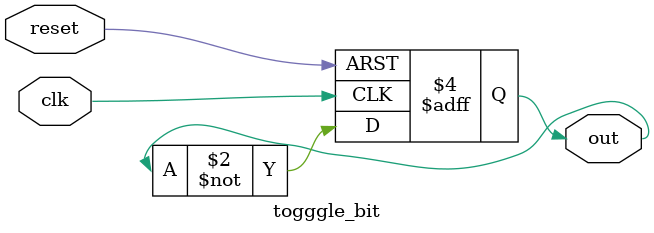
<source format=v>
/*Write a module that toggles a 1-bit signal using initial and always blocks*/
//Answer:
module togggle_bit(input wire clk ,
                   input wire reset,
                   output reg  out);
  initial begin 
    out =1'b0;
  end
  always @(posedge clk or posedge reset)begin
    if (reset)begin
      out<=1'b0;
    end
    else begin
      out <= ~out;
    end 
  end
endmodule

</source>
